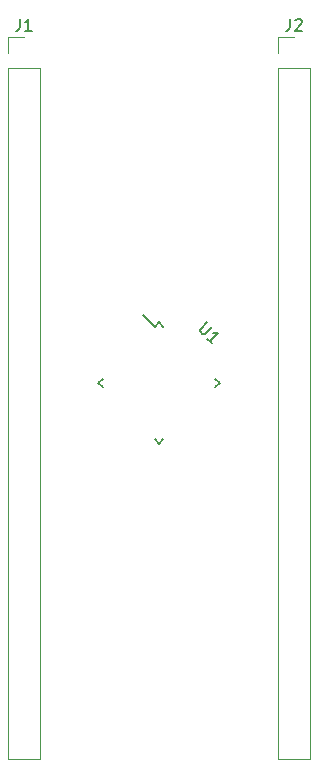
<source format=gbr>
G04 #@! TF.GenerationSoftware,KiCad,Pcbnew,(5.1.0-0)*
G04 #@! TF.CreationDate,2019-04-21T18:11:27+10:00*
G04 #@! TF.ProjectId,ETE006-CM119B-Breatout,45544530-3036-42d4-934d-313139422d42,1*
G04 #@! TF.SameCoordinates,Original*
G04 #@! TF.FileFunction,Legend,Top*
G04 #@! TF.FilePolarity,Positive*
%FSLAX46Y46*%
G04 Gerber Fmt 4.6, Leading zero omitted, Abs format (unit mm)*
G04 Created by KiCad (PCBNEW (5.1.0-0)) date 2019-04-21 18:11:27*
%MOMM*%
%LPD*%
G04 APERTURE LIST*
%ADD10C,0.120000*%
%ADD11C,0.150000*%
G04 APERTURE END LIST*
D10*
X116603224Y-142328949D02*
X119263224Y-142328949D01*
X116603224Y-83848949D02*
X116603224Y-142328949D01*
X119263224Y-83848949D02*
X119263224Y-142328949D01*
X116603224Y-83848949D02*
X119263224Y-83848949D01*
X116603224Y-82578949D02*
X116603224Y-81248949D01*
X116603224Y-81248949D02*
X117933224Y-81248949D01*
X139463224Y-81248949D02*
X140793224Y-81248949D01*
X139463224Y-82578949D02*
X139463224Y-81248949D01*
X139463224Y-83848949D02*
X142123224Y-83848949D01*
X142123224Y-83848949D02*
X142123224Y-142328949D01*
X139463224Y-83848949D02*
X139463224Y-142328949D01*
X139463224Y-142328949D02*
X142123224Y-142328949D01*
D11*
X129363224Y-105392425D02*
X128991993Y-105763656D01*
X134489748Y-110518949D02*
X134118517Y-110890180D01*
X129363224Y-115645473D02*
X129734455Y-115274242D01*
X124236700Y-110518949D02*
X124607931Y-110147718D01*
X129363224Y-105392425D02*
X129734455Y-105763656D01*
X124236700Y-110518949D02*
X124607931Y-110890180D01*
X129363224Y-115645473D02*
X128991993Y-115274242D01*
X134489748Y-110518949D02*
X134118517Y-110147718D01*
X128991993Y-105763656D02*
X128019721Y-104791384D01*
X117599890Y-79701329D02*
X117599890Y-80415615D01*
X117552271Y-80558472D01*
X117457033Y-80653710D01*
X117314176Y-80701329D01*
X117218938Y-80701329D01*
X118599890Y-80701329D02*
X118028462Y-80701329D01*
X118314176Y-80701329D02*
X118314176Y-79701329D01*
X118218938Y-79844187D01*
X118123700Y-79939425D01*
X118028462Y-79987044D01*
X140459890Y-79701329D02*
X140459890Y-80415615D01*
X140412271Y-80558472D01*
X140317033Y-80653710D01*
X140174176Y-80701329D01*
X140078938Y-80701329D01*
X140888462Y-79796568D02*
X140936081Y-79748949D01*
X141031319Y-79701329D01*
X141269414Y-79701329D01*
X141364652Y-79748949D01*
X141412271Y-79796568D01*
X141459890Y-79891806D01*
X141459890Y-79987044D01*
X141412271Y-80129901D01*
X140840843Y-80701329D01*
X141459890Y-80701329D01*
X133454342Y-105350334D02*
X132881922Y-105922754D01*
X132848250Y-106023769D01*
X132848250Y-106091113D01*
X132881922Y-106192128D01*
X133016609Y-106326815D01*
X133117624Y-106360487D01*
X133184968Y-106360487D01*
X133285983Y-106326815D01*
X133858403Y-105754395D01*
X133858403Y-107168609D02*
X133454342Y-106764548D01*
X133656372Y-106966578D02*
X134363479Y-106259472D01*
X134195120Y-106293143D01*
X134060433Y-106293143D01*
X133959418Y-106259472D01*
M02*

</source>
